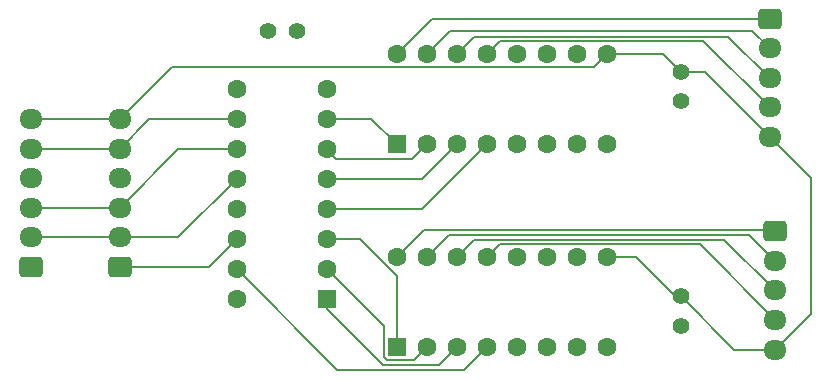
<source format=gbr>
%TF.GenerationSoftware,KiCad,Pcbnew,9.0.2*%
%TF.CreationDate,2025-06-11T22:07:17-07:00*%
%TF.ProjectId,driver,64726976-6572-42e6-9b69-6361645f7063,rev?*%
%TF.SameCoordinates,Original*%
%TF.FileFunction,Copper,L2,Bot*%
%TF.FilePolarity,Positive*%
%FSLAX46Y46*%
G04 Gerber Fmt 4.6, Leading zero omitted, Abs format (unit mm)*
G04 Created by KiCad (PCBNEW 9.0.2) date 2025-06-11 22:07:17*
%MOMM*%
%LPD*%
G01*
G04 APERTURE LIST*
G04 Aperture macros list*
%AMRoundRect*
0 Rectangle with rounded corners*
0 $1 Rounding radius*
0 $2 $3 $4 $5 $6 $7 $8 $9 X,Y pos of 4 corners*
0 Add a 4 corners polygon primitive as box body*
4,1,4,$2,$3,$4,$5,$6,$7,$8,$9,$2,$3,0*
0 Add four circle primitives for the rounded corners*
1,1,$1+$1,$2,$3*
1,1,$1+$1,$4,$5*
1,1,$1+$1,$6,$7*
1,1,$1+$1,$8,$9*
0 Add four rect primitives between the rounded corners*
20,1,$1+$1,$2,$3,$4,$5,0*
20,1,$1+$1,$4,$5,$6,$7,0*
20,1,$1+$1,$6,$7,$8,$9,0*
20,1,$1+$1,$8,$9,$2,$3,0*%
G04 Aperture macros list end*
%TA.AperFunction,ComponentPad*%
%ADD10RoundRect,0.250000X0.550000X-0.550000X0.550000X0.550000X-0.550000X0.550000X-0.550000X-0.550000X0*%
%TD*%
%TA.AperFunction,ComponentPad*%
%ADD11C,1.600000*%
%TD*%
%TA.AperFunction,ComponentPad*%
%ADD12O,1.950000X1.700000*%
%TD*%
%TA.AperFunction,ComponentPad*%
%ADD13RoundRect,0.250000X-0.725000X0.600000X-0.725000X-0.600000X0.725000X-0.600000X0.725000X0.600000X0*%
%TD*%
%TA.AperFunction,ComponentPad*%
%ADD14RoundRect,0.250000X0.550000X0.550000X-0.550000X0.550000X-0.550000X-0.550000X0.550000X-0.550000X0*%
%TD*%
%TA.AperFunction,ComponentPad*%
%ADD15RoundRect,0.250000X0.725000X-0.600000X0.725000X0.600000X-0.725000X0.600000X-0.725000X-0.600000X0*%
%TD*%
%TA.AperFunction,ComponentPad*%
%ADD16C,1.400000*%
%TD*%
%TA.AperFunction,Conductor*%
%ADD17C,0.200000*%
%TD*%
G04 APERTURE END LIST*
D10*
%TO.P,U2,1,I1*%
%TO.N,Net-(U2-I1)*%
X135920000Y-131810000D03*
D11*
%TO.P,U2,2,I2*%
%TO.N,Net-(U2-I2)*%
X138460000Y-131810000D03*
%TO.P,U2,3,I3*%
%TO.N,Net-(U2-I3)*%
X141000000Y-131810000D03*
%TO.P,U2,4,I4*%
%TO.N,Net-(U2-I4)*%
X143540000Y-131810000D03*
%TO.P,U2,5,I5*%
%TO.N,GND*%
X146080000Y-131810000D03*
%TO.P,U2,6,I6*%
X148620000Y-131810000D03*
%TO.P,U2,7,I7*%
X151160000Y-131810000D03*
%TO.P,U2,8,GND*%
X153700000Y-131810000D03*
%TO.P,U2,9,COM*%
%TO.N,+12V*%
X153700000Y-124190000D03*
%TO.P,U2,10,O7*%
%TO.N,unconnected-(U2-O7-Pad10)*%
X151160000Y-124190000D03*
%TO.P,U2,11,O6*%
%TO.N,unconnected-(U2-O6-Pad11)*%
X148620000Y-124190000D03*
%TO.P,U2,12,O5*%
%TO.N,unconnected-(U2-O5-Pad12)*%
X146080000Y-124190000D03*
%TO.P,U2,13,O4*%
%TO.N,Net-(MOTOR1-Pin_4)*%
X143540000Y-124190000D03*
%TO.P,U2,14,O3*%
%TO.N,Net-(MOTOR1-Pin_3)*%
X141000000Y-124190000D03*
%TO.P,U2,15,O2*%
%TO.N,Net-(MOTOR1-Pin_2)*%
X138460000Y-124190000D03*
%TO.P,U2,16,O1*%
%TO.N,Net-(MOTOR1-Pin_1)*%
X135920000Y-124190000D03*
%TD*%
D10*
%TO.P,U1,1,I1*%
%TO.N,Net-(U1-I1)*%
X135920000Y-114620000D03*
D11*
%TO.P,U1,2,I2*%
%TO.N,Net-(U1-I2)*%
X138460000Y-114620000D03*
%TO.P,U1,3,I3*%
%TO.N,Net-(U1-I3)*%
X141000000Y-114620000D03*
%TO.P,U1,4,I4*%
%TO.N,Net-(U1-I4)*%
X143540000Y-114620000D03*
%TO.P,U1,5,I5*%
%TO.N,GND*%
X146080000Y-114620000D03*
%TO.P,U1,6,I6*%
X148620000Y-114620000D03*
%TO.P,U1,7,I7*%
X151160000Y-114620000D03*
%TO.P,U1,8,GND*%
X153700000Y-114620000D03*
%TO.P,U1,9,COM*%
%TO.N,+12V*%
X153700000Y-107000000D03*
%TO.P,U1,10,O7*%
%TO.N,unconnected-(U1-O7-Pad10)*%
X151160000Y-107000000D03*
%TO.P,U1,11,O6*%
%TO.N,unconnected-(U1-O6-Pad11)*%
X148620000Y-107000000D03*
%TO.P,U1,12,O5*%
%TO.N,unconnected-(U1-O5-Pad12)*%
X146080000Y-107000000D03*
%TO.P,U1,13,O4*%
%TO.N,Net-(MOTOR2-Pin_4)*%
X143540000Y-107000000D03*
%TO.P,U1,14,O3*%
%TO.N,Net-(MOTOR2-Pin_3)*%
X141000000Y-107000000D03*
%TO.P,U1,15,O2*%
%TO.N,Net-(MOTOR2-Pin_2)*%
X138460000Y-107000000D03*
%TO.P,U1,16,O1*%
%TO.N,Net-(MOTOR2-Pin_1)*%
X135920000Y-107000000D03*
%TD*%
D12*
%TO.P,MOTOR1,5,Pin_5*%
%TO.N,+12V*%
X168000000Y-132000000D03*
%TO.P,MOTOR1,4,Pin_4*%
%TO.N,Net-(MOTOR1-Pin_4)*%
X168000000Y-129500000D03*
%TO.P,MOTOR1,3,Pin_3*%
%TO.N,Net-(MOTOR1-Pin_3)*%
X168000000Y-127000000D03*
%TO.P,MOTOR1,2,Pin_2*%
%TO.N,Net-(MOTOR1-Pin_2)*%
X168000000Y-124500000D03*
D13*
%TO.P,MOTOR1,1,Pin_1*%
%TO.N,Net-(MOTOR1-Pin_1)*%
X168000000Y-122000000D03*
%TD*%
D14*
%TO.P,U3,1,QB*%
%TO.N,Net-(U2-I3)*%
X130000000Y-127740000D03*
D11*
%TO.P,U3,2,QC*%
%TO.N,Net-(U2-I2)*%
X130000000Y-125200000D03*
%TO.P,U3,3,QD*%
%TO.N,Net-(U2-I1)*%
X130000000Y-122660000D03*
%TO.P,U3,4,QE*%
%TO.N,Net-(U1-I4)*%
X130000000Y-120120000D03*
%TO.P,U3,5,QF*%
%TO.N,Net-(U1-I3)*%
X130000000Y-117580000D03*
%TO.P,U3,6,QG*%
%TO.N,Net-(U1-I2)*%
X130000000Y-115040000D03*
%TO.P,U3,7,QH*%
%TO.N,Net-(U1-I1)*%
X130000000Y-112500000D03*
%TO.P,U3,8,GND*%
%TO.N,GND*%
X130000000Y-109960000D03*
%TO.P,U3,9,QH'*%
%TO.N,Net-(OUT1-Pin_1)*%
X122380000Y-109960000D03*
%TO.P,U3,10,~{SRCLR}*%
%TO.N,+5V*%
X122380000Y-112500000D03*
%TO.P,U3,11,SRCLK*%
%TO.N,Net-(IN1-Pin_3)*%
X122380000Y-115040000D03*
%TO.P,U3,12,RCLK*%
%TO.N,Net-(IN1-Pin_2)*%
X122380000Y-117580000D03*
%TO.P,U3,13,~{OE}*%
%TO.N,GND*%
X122380000Y-120120000D03*
%TO.P,U3,14,SER*%
%TO.N,Net-(IN1-Pin_1)*%
X122380000Y-122660000D03*
%TO.P,U3,15,QA*%
%TO.N,Net-(U2-I4)*%
X122380000Y-125200000D03*
%TO.P,U3,16,VCC*%
%TO.N,+5V*%
X122380000Y-127740000D03*
%TD*%
D15*
%TO.P,OUT1,1,Pin_1*%
%TO.N,Net-(OUT1-Pin_1)*%
X105000000Y-125000000D03*
D12*
%TO.P,OUT1,2,Pin_2*%
%TO.N,Net-(IN1-Pin_2)*%
X105000000Y-122500000D03*
%TO.P,OUT1,3,Pin_3*%
%TO.N,Net-(IN1-Pin_3)*%
X105000000Y-120000000D03*
%TO.P,OUT1,4,Pin_4*%
%TO.N,GND*%
X105000000Y-117500000D03*
%TO.P,OUT1,5,Pin_5*%
%TO.N,+5V*%
X105000000Y-115000000D03*
%TO.P,OUT1,6,Pin_6*%
%TO.N,+12V*%
X105000000Y-112500000D03*
%TD*%
D16*
%TO.P,C2,2*%
%TO.N,GND*%
X160000000Y-111000000D03*
%TO.P,C2,1*%
%TO.N,+12V*%
X160000000Y-108500000D03*
%TD*%
D12*
%TO.P,IN1,6,Pin_6*%
%TO.N,+12V*%
X112500000Y-112500000D03*
%TO.P,IN1,5,Pin_5*%
%TO.N,+5V*%
X112500000Y-115000000D03*
%TO.P,IN1,4,Pin_4*%
%TO.N,GND*%
X112500000Y-117500000D03*
%TO.P,IN1,3,Pin_3*%
%TO.N,Net-(IN1-Pin_3)*%
X112500000Y-120000000D03*
%TO.P,IN1,2,Pin_2*%
%TO.N,Net-(IN1-Pin_2)*%
X112500000Y-122500000D03*
D15*
%TO.P,IN1,1,Pin_1*%
%TO.N,Net-(IN1-Pin_1)*%
X112500000Y-125000000D03*
%TD*%
D16*
%TO.P,C3,2*%
%TO.N,GND*%
X160000000Y-130000000D03*
%TO.P,C3,1*%
%TO.N,+12V*%
X160000000Y-127500000D03*
%TD*%
D12*
%TO.P,MOTOR2,5,Pin_5*%
%TO.N,+12V*%
X167500000Y-114000000D03*
%TO.P,MOTOR2,4,Pin_4*%
%TO.N,Net-(MOTOR2-Pin_4)*%
X167500000Y-111500000D03*
%TO.P,MOTOR2,3,Pin_3*%
%TO.N,Net-(MOTOR2-Pin_3)*%
X167500000Y-109000000D03*
%TO.P,MOTOR2,2,Pin_2*%
%TO.N,Net-(MOTOR2-Pin_2)*%
X167500000Y-106500000D03*
D13*
%TO.P,MOTOR2,1,Pin_1*%
%TO.N,Net-(MOTOR2-Pin_1)*%
X167500000Y-104000000D03*
%TD*%
D16*
%TO.P,C1,1*%
%TO.N,+5V*%
X125000000Y-105000000D03*
%TO.P,C1,2*%
%TO.N,GND*%
X127500000Y-105000000D03*
%TD*%
D17*
%TO.N,+12V*%
X160000000Y-127500000D02*
X159500000Y-127500000D01*
X156190000Y-124190000D02*
X153700000Y-124190000D01*
X159500000Y-127500000D02*
X156190000Y-124190000D01*
X168000000Y-132000000D02*
X164500000Y-132000000D01*
X164500000Y-132000000D02*
X160000000Y-127500000D01*
X167500000Y-114000000D02*
X171000000Y-117500000D01*
X171000000Y-117500000D02*
X171000000Y-129000000D01*
X171000000Y-129000000D02*
X168000000Y-132000000D01*
X160000000Y-108500000D02*
X162000000Y-108500000D01*
X162000000Y-108500000D02*
X167500000Y-114000000D01*
X153700000Y-107000000D02*
X158500000Y-107000000D01*
X158500000Y-107000000D02*
X160000000Y-108500000D01*
X112500000Y-112500000D02*
X116899000Y-108101000D01*
X152599000Y-108101000D02*
X153700000Y-107000000D01*
X116899000Y-108101000D02*
X152599000Y-108101000D01*
%TO.N,Net-(MOTOR2-Pin_1)*%
X135920000Y-107000000D02*
X138920000Y-104000000D01*
X138920000Y-104000000D02*
X167500000Y-104000000D01*
%TO.N,Net-(MOTOR2-Pin_2)*%
X138460000Y-107000000D02*
X140460000Y-105000000D01*
X140460000Y-105000000D02*
X166000000Y-105000000D01*
X166000000Y-105000000D02*
X167500000Y-106500000D01*
%TO.N,Net-(MOTOR2-Pin_3)*%
X141000000Y-107000000D02*
X142502000Y-105498000D01*
X142502000Y-105498000D02*
X163998000Y-105498000D01*
X163998000Y-105498000D02*
X167500000Y-109000000D01*
%TO.N,Net-(MOTOR2-Pin_4)*%
X143540000Y-107000000D02*
X144641000Y-105899000D01*
X161899000Y-105899000D02*
X167500000Y-111500000D01*
X144641000Y-105899000D02*
X161899000Y-105899000D01*
%TO.N,Net-(MOTOR1-Pin_1)*%
X135920000Y-124190000D02*
X138224000Y-121886000D01*
X138224000Y-121886000D02*
X167886000Y-121886000D01*
X167886000Y-121886000D02*
X168000000Y-122000000D01*
%TO.N,Net-(MOTOR1-Pin_2)*%
X138460000Y-124190000D02*
X140363000Y-122287000D01*
X140363000Y-122287000D02*
X165787000Y-122287000D01*
X165787000Y-122287000D02*
X168000000Y-124500000D01*
%TO.N,Net-(MOTOR1-Pin_3)*%
X141000000Y-124190000D02*
X142502000Y-122688000D01*
X142502000Y-122688000D02*
X163688000Y-122688000D01*
X163688000Y-122688000D02*
X168000000Y-127000000D01*
%TO.N,Net-(MOTOR1-Pin_4)*%
X143540000Y-124190000D02*
X144641000Y-123089000D01*
X161589000Y-123089000D02*
X168000000Y-129500000D01*
X144641000Y-123089000D02*
X161589000Y-123089000D01*
%TO.N,Net-(U2-I4)*%
X122380000Y-125200000D02*
X130893000Y-133713000D01*
X130893000Y-133713000D02*
X141637000Y-133713000D01*
X141637000Y-133713000D02*
X143540000Y-131810000D01*
%TO.N,Net-(U2-I3)*%
X130000000Y-127740000D02*
X130000000Y-128540000D01*
X139498000Y-133312000D02*
X141000000Y-131810000D01*
X130000000Y-128540000D02*
X134772000Y-133312000D01*
X134772000Y-133312000D02*
X139498000Y-133312000D01*
%TO.N,Net-(U2-I2)*%
X130000000Y-125200000D02*
X134819000Y-130019000D01*
X134819000Y-130019000D02*
X134819000Y-132595160D01*
X134819000Y-132595160D02*
X135134840Y-132911000D01*
X135134840Y-132911000D02*
X137359000Y-132911000D01*
X137359000Y-132911000D02*
X138460000Y-131810000D01*
%TO.N,Net-(U2-I1)*%
X130000000Y-122660000D02*
X132832950Y-122660000D01*
X132832950Y-122660000D02*
X135920000Y-125747050D01*
X135920000Y-125747050D02*
X135920000Y-131810000D01*
%TO.N,Net-(U1-I4)*%
X130000000Y-120120000D02*
X138040000Y-120120000D01*
X138040000Y-120120000D02*
X143540000Y-114620000D01*
%TO.N,Net-(U1-I3)*%
X130000000Y-117580000D02*
X138040000Y-117580000D01*
X138040000Y-117580000D02*
X141000000Y-114620000D01*
%TO.N,Net-(U1-I2)*%
X130000000Y-115040000D02*
X130799999Y-115839999D01*
X130799999Y-115839999D02*
X137240001Y-115839999D01*
X137240001Y-115839999D02*
X138460000Y-114620000D01*
%TO.N,Net-(U1-I1)*%
X130000000Y-112500000D02*
X133800000Y-112500000D01*
X133800000Y-112500000D02*
X135920000Y-114620000D01*
%TO.N,+12V*%
X105000000Y-112500000D02*
X112500000Y-112500000D01*
%TO.N,+5V*%
X122380000Y-112500000D02*
X115000000Y-112500000D01*
X115000000Y-112500000D02*
X112500000Y-115000000D01*
X105000000Y-115000000D02*
X112500000Y-115000000D01*
%TO.N,Net-(IN1-Pin_1)*%
X112500000Y-125000000D02*
X120040000Y-125000000D01*
X120040000Y-125000000D02*
X122380000Y-122660000D01*
%TO.N,Net-(IN1-Pin_2)*%
X112500000Y-122500000D02*
X117460000Y-122500000D01*
X117460000Y-122500000D02*
X122380000Y-117580000D01*
X112500000Y-122500000D02*
X105000000Y-122500000D01*
%TO.N,Net-(IN1-Pin_3)*%
X122380000Y-115040000D02*
X117460000Y-115040000D01*
X117460000Y-115040000D02*
X112500000Y-120000000D01*
X105000000Y-120000000D02*
X112500000Y-120000000D01*
%TD*%
M02*

</source>
